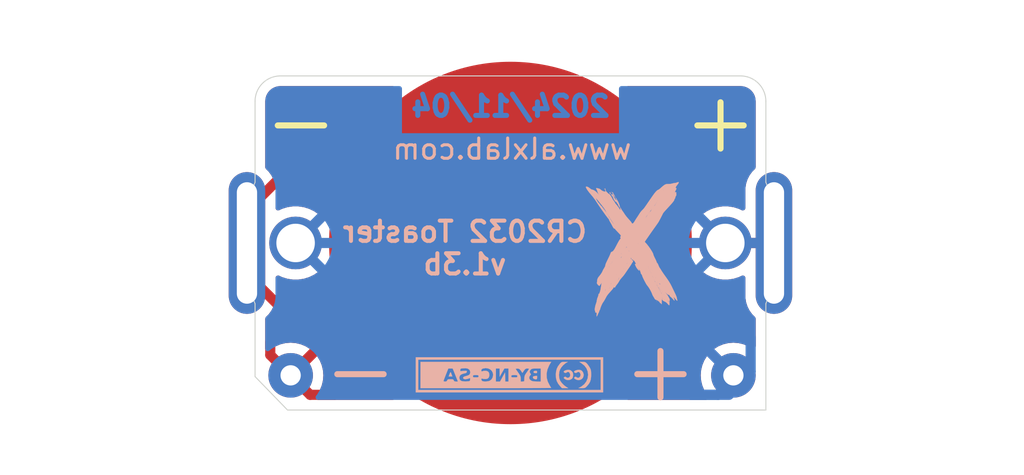
<source format=kicad_pcb>
(kicad_pcb (version 20240108) (generator "pcbnew") (generator_version "8.0")
  (layers (0 "F.Cu" signal) (31 "B.Cu" signal) (34 "B.Paste" user) (35 "F.Paste" user) (36 "B.SilkS" user "B.Silkscreen") (37 "F.SilkS" user "F.Silkscreen") (38 "B.Mask" user) (39 "F.Mask" user) (44 "Edge.Cuts" user))
  (net 0 "")
  (net 1 "Net-(BT1-+)")
  (net 2 "Net-(BT1--)")
  (footprint "CR2032 Toaster:logo_7_back" (layer "F.Cu") (at 114 106.25)
    (property "Reference" "G***" (hide yes))
    (property "Value" "LOGO" (hide yes))
  )
  (footprint "CR2032 Toaster:6mm PTS" (layer "F.Cu") (at 95 107)
    (property "Reference" "J2" (hide yes))
    (property "Value" "Conn_01x01")
    (pad "1" thru_hole oval (at 0 0) (size 1.8 7) (drill oval 1 6) (layers "*.Cu" "*.Mask") (net 2 "Net-(BT1--)"))
  )
  (footprint "CR2032 Toaster:6mm PTS" (layer "F.Cu") (at 121 107)
    (property "Reference" "J1" (hide yes))
    (property "Value" "Conn_01x01")
    (pad "1" thru_hole oval (at 0 0) (size 1.8 7) (drill oval 1 6) (layers "*.Cu" "*.Mask") (net 1 "Net-(BT1-+)"))
  )
  (footprint "CR2032 Toaster:BatteryHolder_TE_BAT-HLD-005-THM_1x2032" (layer "F.Cu") (at 108 107)
    (property "Reference" "BT1" (hide yes))
    (property "Value" "Battery_Cell")
    (pad "1" thru_hole circle (at -10.6 0) (size 2.6 2.6) (drill 1.9) (layers "*.Cu" "*.Mask") (net 1 "Net-(BT1-+)"))
    (pad "1" thru_hole circle (at 10.6 0) (size 2.6 2.6) (drill 1.9) (layers "*.Cu" "*.Mask") (net 1 "Net-(BT1-+)"))
    (pad "2" smd circle (at 0 0) (size 17.9 17.9) (layers "F.Cu" "F.Paste" "F.Mask") (net 2 "Net-(BT1--)"))
  )
  (footprint "MountingHole:MountingHole_2.2mm_M2_DIN965_Pad" (layer "F.Cu") (at 118.999 113.538)
    (property "Reference" "REF**" (hide yes))
    (property "Value" "MountingHole_2.2mm_M2_DIN965_Pad")
    (pad "1" thru_hole circle (at 0 0) (size 2.2 2.2) (drill 1) (layers "*.Cu" "*.Mask") (net 1 "Net-(BT1-+)"))
  )
  (footprint "MountingHole:MountingHole_2.2mm_M2_DIN965_Pad" (layer "F.Cu") (at 97.155 113.538)
    (property "Reference" "REF**" (hide yes))
    (property "Value" "MountingHole_2.2mm_M2_DIN965_Pad")
    (pad "1" thru_hole circle (at 0 0) (size 2.2 2.2) (drill 1) (layers "*.Cu" "*.Mask") (net 2 "Net-(BT1--)"))
  )
  (footprint "CR2032 Toaster:cc_by_nc_sa_small_9mm_front_silk_screen" (layer "B.Cu") (at 107.95 113.5 180)
    (property "Reference" "G***" (hide yes))
    (property "Value" "LOGO" (hide yes))
  )
  (gr_line (start 121 109) (end 121 105) (stroke (width 0.05)) (layer "Edge.Cuts"))
  (gr_line (start 97 115.25) (end 120.6 115.25) (stroke (width 0.05)) (layer "Edge.Cuts"))
  (gr_line (start 95.4 104) (end 95 105) (stroke (width 0.05)) (layer "Edge.Cuts"))
  (gr_arc (start 95.4 100) (mid 95.766117 99.116117) (end 96.65 98.75) (stroke (width 0.05)) (layer "Edge.Cuts"))
  (gr_line (start 95.4 100) (end 95.4 104) (stroke (width 0.05)) (layer "Edge.Cuts"))
  (gr_line (start 120.6 104) (end 120.6 100) (stroke (width 0.05)) (layer "Edge.Cuts"))
  (gr_line (start 121 105) (end 120.6 104) (stroke (width 0.05)) (layer "Edge.Cuts"))
  (gr_line (start 119.35 98.75) (end 96.65 98.75) (stroke (width 0.05)) (layer "Edge.Cuts"))
  (gr_line (start 95.4 113.6) (end 97 115.25) (stroke (width 0.05)) (layer "Edge.Cuts"))
  (gr_line (start 95 109) (end 95.4 110) (stroke (width 0.05)) (layer "Edge.Cuts"))
  (gr_line (start 95 105) (end 95 109) (stroke (width 0.05)) (layer "Edge.Cuts"))
  (gr_line (start 120.6 110) (end 121 109) (stroke (width 0.05)) (layer "Edge.Cuts"))
  (gr_line (start 120.6 115.25) (end 120.6 110) (stroke (width 0.05)) (layer "Edge.Cuts"))
  (gr_line (start 95.4 110) (end 95.4 113.6) (stroke (width 0.05)) (layer "Edge.Cuts"))
  (gr_arc (start 119.35 98.75) (mid 120.233883 99.116117) (end 120.6 100) (stroke (width 0.05)) (layer "Edge.Cuts"))
  (gr_text "2024/11/04" (at 108 100.25 0) (layer "B.Cu") (effects (font (size 1 1) (thickness 0.25)) (justify mirror)))
  (gr_text "-" (at 100.6 113.25 0) (layer "B.SilkS") (effects (font (size 3 3) (thickness 0.3)) (justify mirror)))
  (gr_text "www.alxlab.com" (at 108.077 102.362 0) (layer "B.SilkS") (effects (font (size 1 1)) (justify mirror)))
  (gr_text "CR2032 Toaster\nv1.3b" (at 105.75 107.25 0) (layer "B.SilkS") (effects (font (size 1 1) (thickness 0.2)) (justify mirror)))
  (gr_text "+" (at 115.4 113.25 0) (layer "B.SilkS") (effects (font (size 3 3) (thickness 0.3)) (justify mirror)))
  (gr_text "-" (at 97.663 100.965 0) (layer "F.SilkS") (effects (font (size 3 3) (thickness 0.3))))
  (gr_text "+" (at 118.364 100.965 0) (layer "F.SilkS") (effects (font (size 3 3) (thickness 0.3))))
  (segment (start 118.6 107) (end 120.55 107) (width 0.5) (layer "F.Cu") (net 1))
  (segment (start 118.999 113.741) (end 118.24 114.5) (width 0.5) (layer "B.Cu") (net 1))
  (segment (start 119.662 113.538) (end 119.85 113.35) (width 0.5) (layer "B.Cu") (net 1))
  (segment (start 118.6 107) (end 120.55 107) (width 0.5) (layer "B.Cu") (net 1))
  (segment (start 118.999 113.538) (end 118.999 113.741) (width 0.5) (layer "B.Cu") (net 1))
  (segment (start 119.85 113.35) (end 119.85 111.65) (width 0.5) (layer "B.Cu") (net 1))
  (segment (start 118.999 113.538) (end 119.662 113.538) (width 0.5) (layer "B.Cu") (net 1))
  (segment (start 118.24 114.5) (end 116.9 114.5) (width 0.5) (layer "B.Cu") (net 1))
  (segment (start 116.9 114.5) (end 118.78 114.5) (width 0.5) (layer "B.Cu") (net 1))
  (segment (start 118.6 107) (end 97.4 107) (width 0.5) (layer "B.Cu") (net 1))
  (segment (start 98.117 114.5) (end 99.33 114.5) (width 0.5) (layer "F.Cu") (net 2))
  (segment (start 97.155 113.538) (end 98.117 114.5) (width 0.5) (layer "F.Cu") (net 2))
  (segment (start 96.15 112.533) (end 96.15 111.89) (width 0.5) (layer "F.Cu") (net 2))
  (segment (start 95 107) (end 95 105.406) (width 0.5) (layer "F.Cu") (net 2))
  (segment (start 95 108.524912) (end 97.00686 110.531772) (width 0.5) (layer "F.Cu") (net 2))
  (segment (start 97.155 113.538) (end 96.15 112.533) (width 0.5) (layer "F.Cu") (net 2))
  (segment (start 95 107) (end 95 108.524912) (width 0.5) (layer "F.Cu") (net 2))
  (segment (start 108 101) (end 101 108) (width 0.25) (layer "F.Cu") (net 2))
  (segment (start 95 105.406) (end 96.774 103.632) (width 0.5) (layer "F.Cu") (net 2))
  (segment (start 101 108) (end 100 107) (width 0.25) (layer "F.Cu") (net 2))
  (zone (net 2) (net_name "Net-(BT1--)") (layer "F.Cu") (connect_pads (clearance 0.508)) (min_thickness 0.254) (fill yes (thermal_gap 0.508) (thermal_bridge_width 0.508))
    (polygon (pts (xy 125 118) (xy 91 118) (xy 91 95) (xy 125 95)))
  )
  (zone (net 1) (net_name "Net-(BT1-+)") (layer "B.Cu") (connect_pads (clearance 0.508)) (min_thickness 0.254) (fill yes (thermal_gap 0.508) (thermal_bridge_width 0.508))
    (polygon (pts (xy 125 118) (xy 91 118) (xy 91 95) (xy 125 95)))
  )
)
</source>
